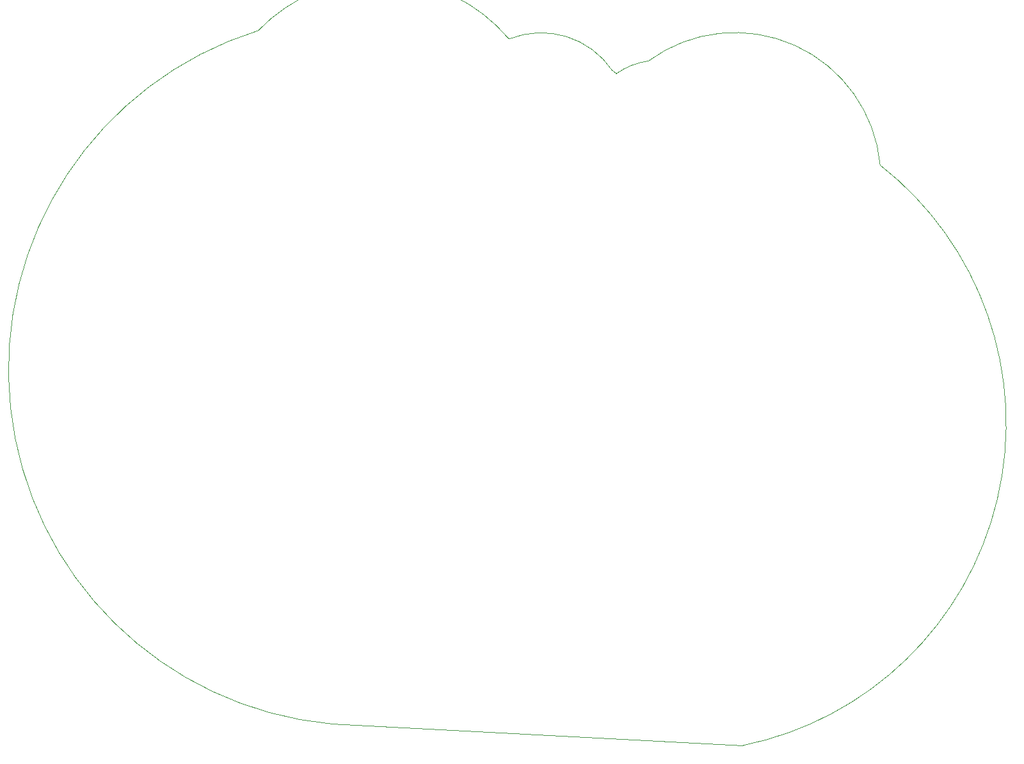
<source format=gbr>
%TF.GenerationSoftware,KiCad,Pcbnew,8.0.5-8.0.5-0~ubuntu22.04.1*%
%TF.CreationDate,2024-10-13T07:53:23-06:00*%
%TF.ProjectId,frogpad,66726f67-7061-4642-9e6b-696361645f70,rev?*%
%TF.SameCoordinates,Original*%
%TF.FileFunction,Profile,NP*%
%FSLAX46Y46*%
G04 Gerber Fmt 4.6, Leading zero omitted, Abs format (unit mm)*
G04 Created by KiCad (PCBNEW 8.0.5-8.0.5-0~ubuntu22.04.1) date 2024-10-13 07:53:23*
%MOMM*%
%LPD*%
G01*
G04 APERTURE LIST*
%TA.AperFunction,Profile*%
%ADD10C,0.100000*%
%TD*%
G04 APERTURE END LIST*
D10*
X179477871Y-64064274D02*
G75*
G02*
X161335001Y-140913822I-26823871J-34233726D01*
G01*
X144050860Y-51549326D02*
X144549312Y-51973999D01*
X148838128Y-50262668D02*
G75*
G02*
X179477871Y-64064274I11435872J-15523332D01*
G01*
X144549312Y-51973999D02*
G75*
G02*
X148838128Y-50262669I5564688J-7716001D01*
G01*
X97193681Y-46249581D02*
G75*
G02*
X130371569Y-47358536I16090319J-15472419D01*
G01*
X130371570Y-47358536D02*
G75*
G02*
X144050861Y-51549326I4248430J-10553464D01*
G01*
X106898397Y-138068453D02*
G75*
G02*
X97193680Y-46249579I4353603J46882453D01*
G01*
X161335001Y-140913822D02*
X106898397Y-138068453D01*
M02*

</source>
